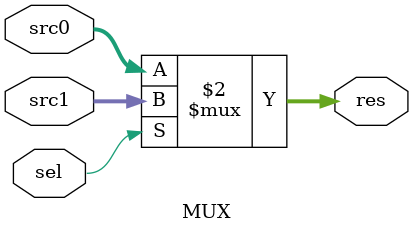
<source format=v>
module MUX(
    input sel,
    input [31:0] src0, src1,
    output [31:0] res
);

assign res = (sel == 1'b0)? src0: src1;
endmodule
</source>
